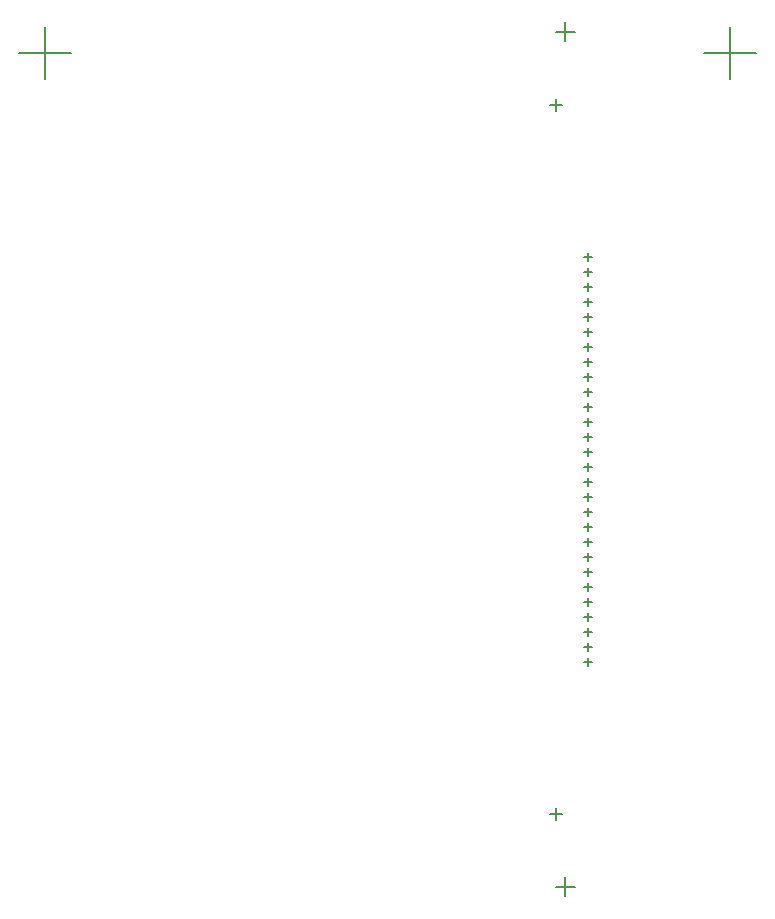
<source format=gbr>
%TF.GenerationSoftware,Altium Limited,Altium Designer,24.7.2 (38)*%
G04 Layer_Color=128*
%FSLAX43Y43*%
%MOMM*%
%TF.SameCoordinates,6EE5CD54-FE70-432D-B01E-CA14D31D91FF*%
%TF.FilePolarity,Positive*%
%TF.FileFunction,Drillmap*%
%TF.Part,Single*%
G01*
G75*
%TA.AperFunction,NonConductor*%
%ADD33C,0.127*%
D33*
X51616Y-56521D02*
X52316D01*
X51966Y-56871D02*
Y-56171D01*
X51616Y-55251D02*
X52316D01*
X51966Y-55601D02*
Y-54901D01*
X51616Y-53981D02*
X52316D01*
X51966Y-54331D02*
Y-53631D01*
X51616Y-52711D02*
X52316D01*
X51966Y-53061D02*
Y-52361D01*
X51616Y-51441D02*
X52316D01*
X51966Y-51791D02*
Y-51091D01*
X51616Y-50171D02*
X52316D01*
X51966Y-50521D02*
Y-49821D01*
X51616Y-48901D02*
X52316D01*
X51966Y-49251D02*
Y-48551D01*
X51616Y-47631D02*
X52316D01*
X51966Y-47981D02*
Y-47281D01*
X51616Y-46361D02*
X52316D01*
X51966Y-46711D02*
Y-46011D01*
X51616Y-45091D02*
X52316D01*
X51966Y-45441D02*
Y-44741D01*
X51616Y-43821D02*
X52316D01*
X51966Y-44171D02*
Y-43471D01*
X51616Y-42551D02*
X52316D01*
X51966Y-42901D02*
Y-42201D01*
X51616Y-41281D02*
X52316D01*
X51966Y-41631D02*
Y-40931D01*
X51616Y-40011D02*
X52316D01*
X51966Y-40361D02*
Y-39661D01*
X51616Y-38741D02*
X52316D01*
X51966Y-39091D02*
Y-38391D01*
X51616Y-37471D02*
X52316D01*
X51966Y-37821D02*
Y-37121D01*
X51616Y-36201D02*
X52316D01*
X51966Y-36551D02*
Y-35851D01*
X51616Y-34931D02*
X52316D01*
X51966Y-35281D02*
Y-34581D01*
X51616Y-33661D02*
X52316D01*
X51966Y-34011D02*
Y-33311D01*
X51616Y-32391D02*
X52316D01*
X51966Y-32741D02*
Y-32041D01*
X51616Y-31121D02*
X52316D01*
X51966Y-31471D02*
Y-30771D01*
X51616Y-29851D02*
X52316D01*
X51966Y-30201D02*
Y-29501D01*
X51616Y-28581D02*
X52316D01*
X51966Y-28931D02*
Y-28231D01*
X51616Y-27311D02*
X52316D01*
X51966Y-27661D02*
Y-26961D01*
X51616Y-26041D02*
X52316D01*
X51966Y-26391D02*
Y-25691D01*
X51616Y-24771D02*
X52316D01*
X51966Y-25121D02*
Y-24421D01*
X51616Y-23501D02*
X52316D01*
X51966Y-23851D02*
Y-23151D01*
X51616Y-22231D02*
X52316D01*
X51966Y-22581D02*
Y-21881D01*
X48726Y-9376D02*
X49726D01*
X49226Y-9876D02*
Y-8876D01*
X48726Y-69376D02*
X49726D01*
X49226Y-69876D02*
Y-68876D01*
X49216Y-75576D02*
X50816D01*
X50016Y-76376D02*
Y-74776D01*
X49216Y-3176D02*
X50816D01*
X50016Y-3976D02*
Y-2376D01*
X61800Y-5000D02*
X66200D01*
X64000Y-7200D02*
Y-2800D01*
X3800Y-5000D02*
X8200D01*
X6000Y-7200D02*
Y-2800D01*
%TF.MD5,4341acf9522abe0ea35a7df99f2e1d69*%
M02*

</source>
